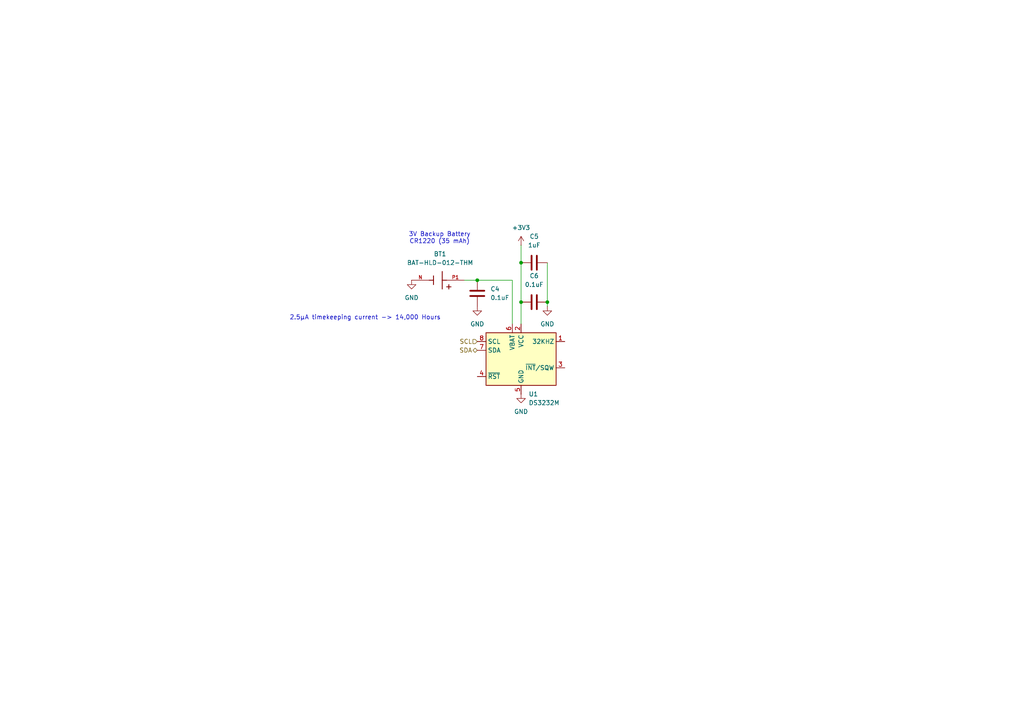
<source format=kicad_sch>
(kicad_sch (version 20231120) (generator "eeschema") (generator_version "8.0")
  (paper "A4")
  (title_block (title "DS3232M Real Time Clock Subcircuit") (rev "A"))
  (lib_symbols
    (symbol "Device:BAT-HLD-012-THM" (pin_names (offset 1.016))
      (property "Reference" "BT" (at -3.81 3.81 0))
      (property "Value" "BAT-HLD-012-THM" (at -3.81 -5.08 0))
      (symbol "BAT-HLD-012-THM_0_0"
        (polyline (pts (xy -3.81 1.905) (xy -2.54 1.905)) (stroke (width 0.254)))
        (polyline (pts (xy -3.175 2.54) (xy -3.175 1.27)) (stroke (width 0.254)))
        (polyline (pts (xy -1.27 0) (xy -2.54 0)) (stroke (width 0.254)))
        (polyline (pts (xy -1.27 0) (xy -1.27 -2.54)) (stroke (width 0.254)))
        (polyline (pts (xy -1.27 2.54) (xy -1.27 0)) (stroke (width 0.254)))
        (polyline (pts (xy 1.27 0) (xy 1.27 -1.27)) (stroke (width 0.254)))
        (polyline (pts (xy 1.27 0) (xy 2.54 0)) (stroke (width 0.254)))
        (polyline (pts (xy 1.27 1.27) (xy 1.27 0)) (stroke (width 0.254)))
        (pin passive line (at 7.62 0 180) (length 5.08) (name "~") (number "N"))
        (pin passive line (at -7.62 0 0) (length 5.08) (name "~") (number "P1"))
      )
    )
    (symbol "Device:C" (pin_numbers hide) (pin_names (offset 0.254))
      (property "Reference" "C" (at 0.635 2.54 0))
      (property "Value" "C" (at 0.635 -2.54 0))
      (symbol "C_0_1"
        (polyline (pts (xy -2.032 -0.762) (xy 2.032 -0.762)) (stroke (width 0.508)))
        (polyline (pts (xy -2.032 0.762) (xy 2.032 0.762)) (stroke (width 0.508)))
      )
      (symbol "C_1_1"
        (pin passive line (at 0 3.81 270) (length 2.794) (name "~") (number "1"))
        (pin passive line (at 0 -3.81 90) (length 2.794) (name "~") (number "2"))
      )
    )
    (symbol "Timer_RTC:DS3232M"
      (property "Reference" "U" (at -7.62 8.89 0))
      (property "Value" "DS3232M" (at 10.16 8.89 0))
      (symbol "DS3232M_0_1"
        (rectangle (start -10.16 7.62) (end 10.16 -7.62) (stroke (width 0.254)) (fill (type background)))
      )
      (symbol "DS3232M_1_1"
        (pin output line (at 12.7 5.08 180) (length 2.54) (name "32KHZ") (number "1"))
        (pin power_in line (at 0 10.16 270) (length 2.54) (name "VCC") (number "2"))
        (pin open_collector line (at 12.7 -2.54 180) (length 2.54) (name "~{INT}/SQW") (number "3"))
        (pin bidirectional line (at -12.7 -5.08 0) (length 2.54) (name "~{RST}") (number "4"))
        (pin power_in line (at 0 -10.16 90) (length 2.54) (name "GND") (number "5"))
        (pin power_in line (at -2.54 10.16 270) (length 2.54) (name "VBAT") (number "6"))
        (pin bidirectional line (at -12.7 2.54 0) (length 2.54) (name "SDA") (number "7"))
        (pin input line (at -12.7 5.08 0) (length 2.54) (name "SCL") (number "8"))
      )
    )
    (symbol "power:+3V3" (power) (pin_numbers hide) (pin_names (offset 0) hide)
      (property "Value" "+3V3" (at 0 3.556 0))
      (symbol "+3V3_0_1"
        (polyline (pts (xy -0.762 1.27) (xy 0 2.54)))
        (polyline (pts (xy 0 0) (xy 0 2.54)))
        (polyline (pts (xy 0 2.54) (xy 0.762 1.27)))
      )
      (symbol "+3V3_1_1"
        (pin power_in line (at 0 0 90) (length 0) (name "~") (number "1"))
      )
    )
    (symbol "power:GND" (power) (pin_numbers hide) (pin_names (offset 0) hide)
      (property "Value" "GND" (at 0 -3.81 0))
      (symbol "GND_0_1"
        (polyline (pts (xy 0 0) (xy 0 -1.27) (xy 1.27 -1.27) (xy 0 -2.54) (xy -1.27 -1.27) (xy 0 -1.27)))
      )
      (symbol "GND_1_1"
        (pin power_in line (at 0 0 270) (length 0) (name "~") (number "1"))
      )
    )
  )
  (junction (at 151.13 76.2))
  (junction (at 138.43 81.28))
  (junction (at 151.13 87.63))
  (junction (at 158.75 87.63))
  (wire (pts (xy 151.13 71.12) (xy 151.13 76.2)))
  (wire (pts (xy 134.62 81.28) (xy 138.43 81.28)))
  (wire (pts (xy 158.75 76.2) (xy 158.75 87.63)))
  (wire (pts (xy 151.13 87.63) (xy 151.13 93.98)))
  (wire (pts (xy 151.13 76.2) (xy 151.13 87.63)))
  (wire (pts (xy 148.59 81.28) (xy 148.59 93.98)))
  (wire (pts (xy 158.75 87.63) (xy 158.75 88.9)))
  (wire (pts (xy 138.43 81.28) (xy 148.59 81.28)))
  (text "2.5µA timekeeping current -> 14,000 Hours" (at 105.918 92.202 0) (effects (font (size 1.27 1.27))))
  (text "3V Backup Battery\nCR1220 (35 mAh)" (at 127.508 69.088 0) (effects (font (size 1.27 1.27))))
  (hierarchical_label "SCL" (shape input) (at 138.43 99.06 180))
  (hierarchical_label "SDA" (shape bidirectional) (at 138.43 101.6 180))
  (symbol (lib_id "power:GND") (at 119.38 81.28 0) (unit 1)
    (property "Reference" "#PWR09" (effects (hide yes)))
    (property "Value" "GND" (at 119.38 86.36 0))
    (property "Description" "Power symbol creates a global label with name \"GND\" , ground" (effects (hide yes)))
  )
  (symbol (lib_id "power:+3V3") (at 151.13 71.12 0) (unit 1)
    (property "Reference" "#PWR011" (effects (hide yes)))
    (property "Value" "+3V3" (at 151.13 66.04 0))
    (property "Description" "Power symbol creates a global label with name \"+3V3\"" (effects (hide yes)))
  )
  (symbol (lib_id "Device:C") (at 154.94 87.63 90) (unit 1)
    (property "Reference" "C6" (at 154.94 80.01 90))
    (property "Value" "0.1uF" (at 154.94 82.55 90))
    (property "Footprint" "Capacitor_SMD:C_0603_1608Metric" (effects (hide yes)))
    (property "Description" "Unpolarized capacitor" (effects (hide yes)))
  )
  (symbol (lib_id "Device:BAT-HLD-012-THM") (at 127 81.28 180) (unit 1)
    (property "Reference" "BT1" (at 127.635 73.66 0))
    (property "Value" "BAT-HLD-012-THM" (at 127.635 76.2 0))
    (property "Footprint" "Battery:BAT_BAT-HLD-012-THM" (effects (hide yes)))
    (property "SnapEDA_Link" "https://www.snapeda.com/parts/BAT-HLD-012-THM/Linx+Technologies+Inc./view-part/?ref=snap" (effects (hide yes)))
    (property "Check_prices" "https://www.snapeda.com/parts/BAT-HLD-012-THM/Linx+Technologies+Inc./view-part/?ref=eda" (effects (hide yes)))
    (property "Package" "None" (effects (hide yes)))
    (property "Price" "None" (effects (hide yes)))
    (property "MF" "Linx Technologies" (effects (hide yes)))
    (property "MP" "BAT-HLD-012-THM" (effects (hide yes)))
    (property "Purchase-URL" "https://www.snapeda.com/api/url_track_click_mouser/?unipart_id=1128418&manufacturer=Linx Technologies&part_name=BAT-HLD-012-THM&search_term=None" (effects (hide yes)))
    (property "Availability" "In Stock" (effects (hide yes)))
    (property "Description_1" "Holder for CR1216 and CR1225 Batteries, Through-Hole Mount, Bulk Packaging" (effects (hide yes)))
  )
  (symbol (lib_id "power:GND") (at 158.75 88.9 0) (unit 1)
    (property "Reference" "#PWR013" (effects (hide yes)))
    (property "Value" "GND" (at 158.75 93.98 0))
    (property "Description" "Power symbol creates a global label with name \"GND\" , ground" (effects (hide yes)))
  )
  (symbol (lib_id "Timer_RTC:DS3232M") (at 151.13 104.14 0) (unit 1)
    (property "Reference" "U1" (at 153.3241 114.3 0) (effects (justify left)))
    (property "Value" "DS3232M" (at 153.3241 116.84 0) (effects (justify left)))
    (property "Footprint" "Package_SO:SOIC-8_3.9x4.9mm_P1.27mm" (effects (hide yes)))
    (property "Datasheet" "http://datasheets.maximintegrated.com/en/ds/DS3232M.pdf" (effects (hide yes)))
    (property "Description" "±5ppm, I2C Real-Time Clock with SRAM SOIC-8" (effects (hide yes)))
  )
  (symbol (lib_id "power:GND") (at 151.13 114.3 0) (unit 1)
    (property "Reference" "#PWR012" (effects (hide yes)))
    (property "Value" "GND" (at 151.13 119.38 0))
    (property "Description" "Power symbol creates a global label with name \"GND\" , ground" (effects (hide yes)))
  )
  (symbol (lib_id "Device:C") (at 154.94 76.2 90) (unit 1)
    (property "Reference" "C5" (at 154.94 68.58 90))
    (property "Value" "1uF" (at 154.94 71.12 90))
    (property "Footprint" "Capacitor_SMD:C_0603_1608Metric" (effects (hide yes)))
    (property "Description" "Unpolarized capacitor" (effects (hide yes)))
  )
  (symbol (lib_id "Device:C") (at 138.43 85.09 180) (unit 1)
    (property "Reference" "C4" (at 142.24 83.8199 0) (effects (justify right)))
    (property "Value" "0.1uF" (at 142.24 86.3599 0) (effects (justify right)))
    (property "Footprint" "Capacitor_SMD:C_0603_1608Metric" (effects (hide yes)))
    (property "Description" "Unpolarized capacitor" (effects (hide yes)))
  )
  (symbol (lib_id "power:GND") (at 138.43 88.9 0) (unit 1)
    (property "Reference" "#PWR010" (effects (hide yes)))
    (property "Value" "GND" (at 138.43 93.98 0))
    (property "Description" "Power symbol creates a global label with name \"GND\" , ground" (effects (hide yes)))
  )
)
</source>
